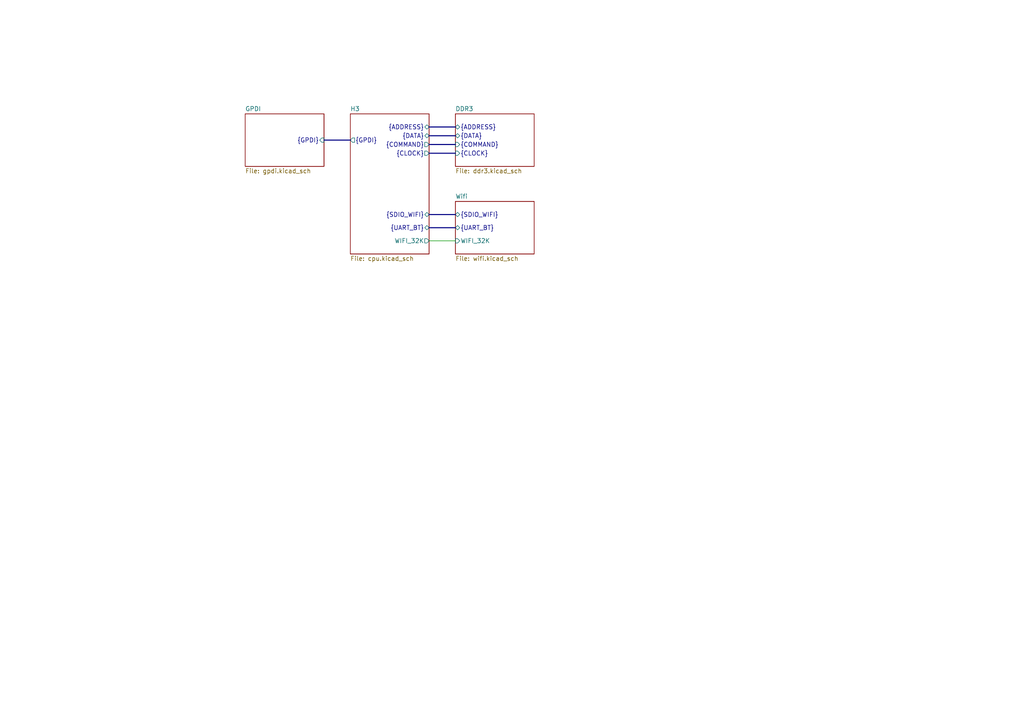
<source format=kicad_sch>
(kicad_sch
	(version 20250114)
	(generator "eeschema")
	(generator_version "9.0")
	(uuid "b53f5dbb-8078-4818-9e8f-fdf90ba6d854")
	(paper "A4")
	(lib_symbols)
	(bus
		(pts
			(xy 93.98 40.64) (xy 101.6 40.64)
		)
		(stroke
			(width 0)
			(type default)
		)
		(uuid "0b1276b5-9014-4974-9de3-1fdcc209ee54")
	)
	(bus
		(pts
			(xy 124.46 62.23) (xy 132.08 62.23)
		)
		(stroke
			(width 0)
			(type default)
		)
		(uuid "12fc1f96-bf22-402f-82b5-b83380493bd9")
	)
	(wire
		(pts
			(xy 124.46 69.85) (xy 132.08 69.85)
		)
		(stroke
			(width 0)
			(type default)
		)
		(uuid "3b53063f-f450-4de4-a5c3-fb645834826f")
	)
	(bus
		(pts
			(xy 124.46 66.04) (xy 132.08 66.04)
		)
		(stroke
			(width 0)
			(type default)
		)
		(uuid "761b5f94-6b47-4183-93b5-b1a428dc6310")
	)
	(bus
		(pts
			(xy 124.46 36.83) (xy 132.08 36.83)
		)
		(stroke
			(width 0)
			(type default)
		)
		(uuid "8c80bc53-ea4d-4714-9acc-49d715330b8a")
	)
	(bus
		(pts
			(xy 124.46 39.37) (xy 132.08 39.37)
		)
		(stroke
			(width 0)
			(type default)
		)
		(uuid "ca042859-03de-45e8-ad2e-40eec1cfccd0")
	)
	(bus
		(pts
			(xy 124.46 44.45) (xy 132.08 44.45)
		)
		(stroke
			(width 0)
			(type default)
		)
		(uuid "ebc59cd1-a025-41bc-ab7b-36b984685a4a")
	)
	(bus
		(pts
			(xy 124.46 41.91) (xy 132.08 41.91)
		)
		(stroke
			(width 0)
			(type default)
		)
		(uuid "edbd6071-78a4-4d79-81ee-bd317d20a576")
	)
	(sheet
		(at 132.08 33.02)
		(size 22.86 15.24)
		(exclude_from_sim no)
		(in_bom yes)
		(on_board yes)
		(dnp no)
		(fields_autoplaced yes)
		(stroke
			(width 0.1524)
			(type solid)
		)
		(fill
			(color 0 0 0 0.0000)
		)
		(uuid "32a4bb18-2695-4537-bbd4-f872ec13cb53")
		(property "Sheetname" "DDR3"
			(at 132.08 32.3084 0)
			(effects
				(font
					(size 1.27 1.27)
				)
				(justify left bottom)
			)
		)
		(property "Sheetfile" "ddr3.kicad_sch"
			(at 132.08 48.8446 0)
			(effects
				(font
					(size 1.27 1.27)
				)
				(justify left top)
			)
		)
		(pin "{ADDRESS}" bidirectional
			(at 132.08 36.83 180)
			(uuid "b3d37997-1d4a-4083-bf6c-e059e5aa7a28")
			(effects
				(font
					(size 1.27 1.27)
				)
				(justify left)
			)
		)
		(pin "{COMMAND}" input
			(at 132.08 41.91 180)
			(uuid "bc20fe1c-cc4a-408b-bd12-2807e045ff8a")
			(effects
				(font
					(size 1.27 1.27)
				)
				(justify left)
			)
		)
		(pin "{CLOCK}" input
			(at 132.08 44.45 180)
			(uuid "846aa351-112d-428f-8ca8-f6007803d173")
			(effects
				(font
					(size 1.27 1.27)
				)
				(justify left)
			)
		)
		(pin "{DATA}" bidirectional
			(at 132.08 39.37 180)
			(uuid "bb7a7eb4-c720-4152-9a21-45fc181df5f6")
			(effects
				(font
					(size 1.27 1.27)
				)
				(justify left)
			)
		)
		(instances
			(project "cm0"
				(path "/b53f5dbb-8078-4818-9e8f-fdf90ba6d854"
					(page "3")
				)
			)
		)
	)
	(sheet
		(at 132.08 58.42)
		(size 22.86 15.24)
		(exclude_from_sim no)
		(in_bom yes)
		(on_board yes)
		(dnp no)
		(fields_autoplaced yes)
		(stroke
			(width 0.1524)
			(type solid)
		)
		(fill
			(color 0 0 0 0.0000)
		)
		(uuid "70db3a50-a0a5-4d0a-8f2e-7c03c0a0ef9b")
		(property "Sheetname" "Wifi"
			(at 132.08 57.7084 0)
			(effects
				(font
					(size 1.27 1.27)
				)
				(justify left bottom)
			)
		)
		(property "Sheetfile" "wifi.kicad_sch"
			(at 132.08 74.2446 0)
			(effects
				(font
					(size 1.27 1.27)
				)
				(justify left top)
			)
		)
		(pin "WIFI_32K" input
			(at 132.08 69.85 180)
			(uuid "85fe4a53-471e-43bc-87fd-c56e6d1ba5d4")
			(effects
				(font
					(size 1.27 1.27)
				)
				(justify left)
			)
		)
		(pin "{SDIO_WIFI}" bidirectional
			(at 132.08 62.23 180)
			(uuid "b7e461d2-d042-4c27-85d6-edf83f02853f")
			(effects
				(font
					(size 1.27 1.27)
				)
				(justify left)
			)
		)
		(pin "{UART_BT}" bidirectional
			(at 132.08 66.04 180)
			(uuid "e855b8e6-6b53-47fd-8c5d-da4cf014b14b")
			(effects
				(font
					(size 1.27 1.27)
				)
				(justify left)
			)
		)
		(instances
			(project "cm0"
				(path "/b53f5dbb-8078-4818-9e8f-fdf90ba6d854"
					(page "4")
				)
			)
		)
	)
	(sheet
		(at 71.12 33.02)
		(size 22.86 15.24)
		(exclude_from_sim no)
		(in_bom yes)
		(on_board yes)
		(dnp no)
		(fields_autoplaced yes)
		(stroke
			(width 0.1524)
			(type solid)
		)
		(fill
			(color 0 0 0 0.0000)
		)
		(uuid "f05ec484-f958-442a-a016-134b1e35dc2c")
		(property "Sheetname" "GPDI"
			(at 71.12 32.3084 0)
			(effects
				(font
					(size 1.27 1.27)
				)
				(justify left bottom)
			)
		)
		(property "Sheetfile" "gpdi.kicad_sch"
			(at 71.12 48.8446 0)
			(effects
				(font
					(size 1.27 1.27)
				)
				(justify left top)
			)
		)
		(pin "{GPDI}" input
			(at 93.98 40.64 0)
			(uuid "68e29fe2-08eb-4f7d-9714-7a86b4462026")
			(effects
				(font
					(size 1.27 1.27)
				)
				(justify right)
			)
		)
		(instances
			(project "cm0"
				(path "/b53f5dbb-8078-4818-9e8f-fdf90ba6d854"
					(page "5")
				)
			)
		)
	)
	(sheet
		(at 101.6 33.02)
		(size 22.86 40.64)
		(exclude_from_sim no)
		(in_bom yes)
		(on_board yes)
		(dnp no)
		(fields_autoplaced yes)
		(stroke
			(width 0.1524)
			(type solid)
		)
		(fill
			(color 0 0 0 0.0000)
		)
		(uuid "f68014a7-1ee9-4b8d-9f3d-298c7b89ee9f")
		(property "Sheetname" "H3"
			(at 101.6 32.3084 0)
			(effects
				(font
					(size 1.27 1.27)
				)
				(justify left bottom)
			)
		)
		(property "Sheetfile" "cpu.kicad_sch"
			(at 101.6 74.2446 0)
			(effects
				(font
					(size 1.27 1.27)
				)
				(justify left top)
			)
		)
		(pin "{ADDRESS}" bidirectional
			(at 124.46 36.83 0)
			(uuid "28aa1e5a-6bd0-4d1a-b2e5-470314909605")
			(effects
				(font
					(size 1.27 1.27)
				)
				(justify right)
			)
		)
		(pin "{CLOCK}" output
			(at 124.46 44.45 0)
			(uuid "9d36d961-8bfa-4bb5-b190-a52eb6d31850")
			(effects
				(font
					(size 1.27 1.27)
				)
				(justify right)
			)
		)
		(pin "{DATA}" bidirectional
			(at 124.46 39.37 0)
			(uuid "849b3046-4f9d-45b0-a027-c9a71215d5f4")
			(effects
				(font
					(size 1.27 1.27)
				)
				(justify right)
			)
		)
		(pin "{COMMAND}" output
			(at 124.46 41.91 0)
			(uuid "d5e7f794-9f97-4993-92d6-308930df7c93")
			(effects
				(font
					(size 1.27 1.27)
				)
				(justify right)
			)
		)
		(pin "{SDIO_WIFI}" bidirectional
			(at 124.46 62.23 0)
			(uuid "21f86a57-21d9-4744-b7e1-befdf25ff771")
			(effects
				(font
					(size 1.27 1.27)
				)
				(justify right)
			)
		)
		(pin "{UART_BT}" bidirectional
			(at 124.46 66.04 0)
			(uuid "ecad4577-8036-48a4-a6f8-545b975e0f82")
			(effects
				(font
					(size 1.27 1.27)
				)
				(justify right)
			)
		)
		(pin "WIFI_32K" output
			(at 124.46 69.85 0)
			(uuid "14e0482f-4874-4f3d-bb9e-9199513bb2b5")
			(effects
				(font
					(size 1.27 1.27)
				)
				(justify right)
			)
		)
		(pin "{GPDI}" output
			(at 101.6 40.64 180)
			(uuid "ab45e475-685c-441a-b785-c25452c45056")
			(effects
				(font
					(size 1.27 1.27)
				)
				(justify left)
			)
		)
		(instances
			(project "cm0"
				(path "/b53f5dbb-8078-4818-9e8f-fdf90ba6d854"
					(page "2")
				)
			)
		)
	)
	(sheet_instances
		(path "/"
			(page "1")
		)
	)
	(embedded_fonts no)
)

</source>
